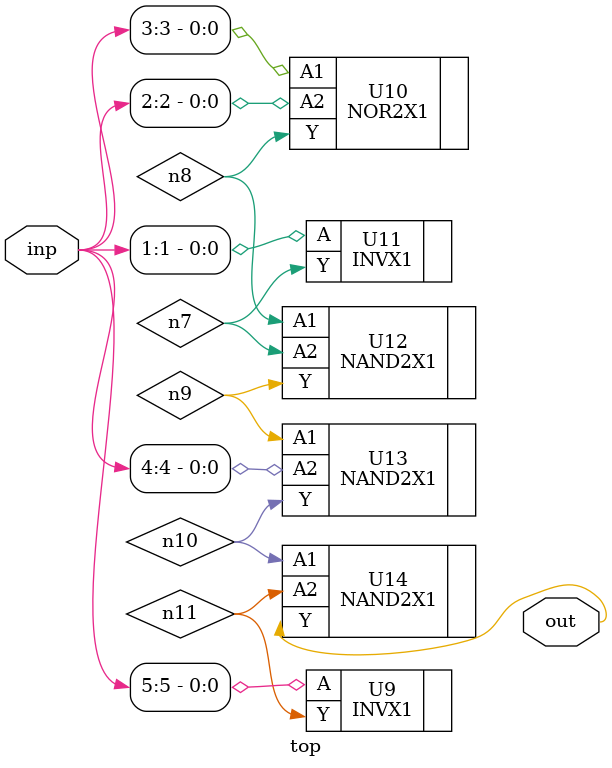
<source format=sv>


module top ( inp, out );
  input [5:0] inp;
  output out;
  wire   n7, n8, n9, n10, n11;

  INVX1 U9 ( .A(inp[5]), .Y(n11) );
  NOR2X1 U10 ( .A1(inp[3]), .A2(inp[2]), .Y(n8) );
  INVX1 U11 ( .A(inp[1]), .Y(n7) );
  NAND2X1 U12 ( .A1(n8), .A2(n7), .Y(n9) );
  NAND2X1 U13 ( .A1(n9), .A2(inp[4]), .Y(n10) );
  NAND2X1 U14 ( .A1(n10), .A2(n11), .Y(out) );
endmodule


</source>
